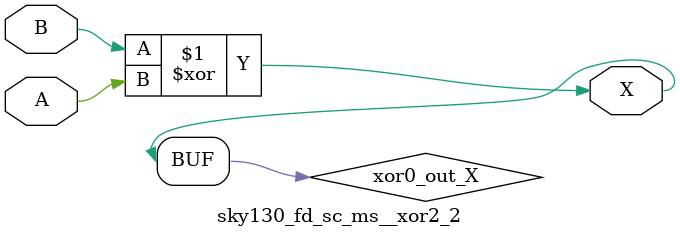
<source format=v>
/*
 * Copyright 2020 The SkyWater PDK Authors
 *
 * Licensed under the Apache License, Version 2.0 (the "License");
 * you may not use this file except in compliance with the License.
 * You may obtain a copy of the License at
 *
 *     https://www.apache.org/licenses/LICENSE-2.0
 *
 * Unless required by applicable law or agreed to in writing, software
 * distributed under the License is distributed on an "AS IS" BASIS,
 * WITHOUT WARRANTIES OR CONDITIONS OF ANY KIND, either express or implied.
 * See the License for the specific language governing permissions and
 * limitations under the License.
 *
 * SPDX-License-Identifier: Apache-2.0
*/


`ifndef SKY130_FD_SC_MS__XOR2_2_FUNCTIONAL_V
`define SKY130_FD_SC_MS__XOR2_2_FUNCTIONAL_V

/**
 * xor2: 2-input exclusive OR.
 *
 *       X = A ^ B
 *
 * Verilog simulation functional model.
 */

`timescale 1ns / 1ps
`default_nettype none

`celldefine
module sky130_fd_sc_ms__xor2_2 (
    X,
    A,
    B
);

    // Module ports
    output X;
    input  A;
    input  B;

    // Local signals
    wire xor0_out_X;

    //  Name  Output      Other arguments
    xor xor0 (xor0_out_X, B, A           );
    buf buf0 (X         , xor0_out_X     );

endmodule
`endcelldefine

`default_nettype wire
`endif  // SKY130_FD_SC_MS__XOR2_2_FUNCTIONAL_V

</source>
